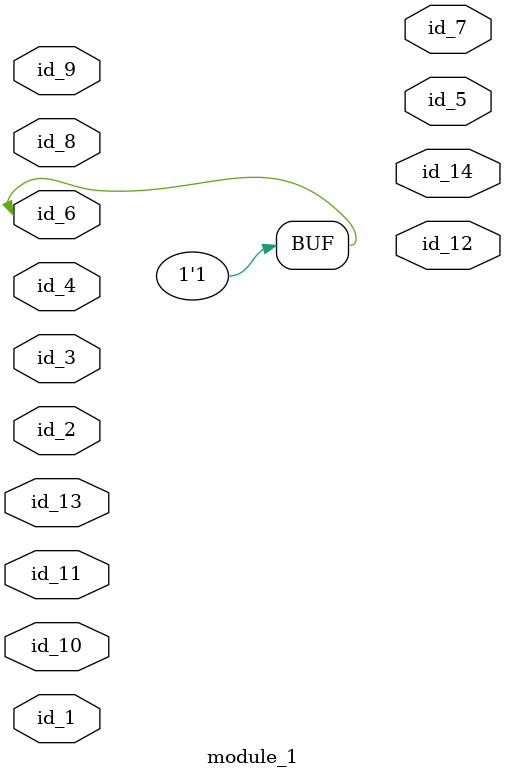
<source format=v>
module module_0 ();
  genvar id_1;
endmodule
module module_1 (
    id_1,
    id_2,
    id_3,
    id_4,
    id_5,
    id_6,
    id_7,
    id_8,
    id_9,
    id_10,
    id_11,
    id_12,
    id_13,
    id_14
);
  output wire id_14;
  inout wire id_13;
  output wire id_12;
  input wire id_11;
  input wire id_10;
  inout wire id_9;
  inout wire id_8;
  output wire id_7;
  inout wire id_6;
  output wire id_5;
  inout wire id_4;
  inout wire id_3;
  inout wire id_2;
  inout wire id_1;
  assign {1'b0, id_6} = -1;
  module_0 modCall_1 ();
endmodule

</source>
